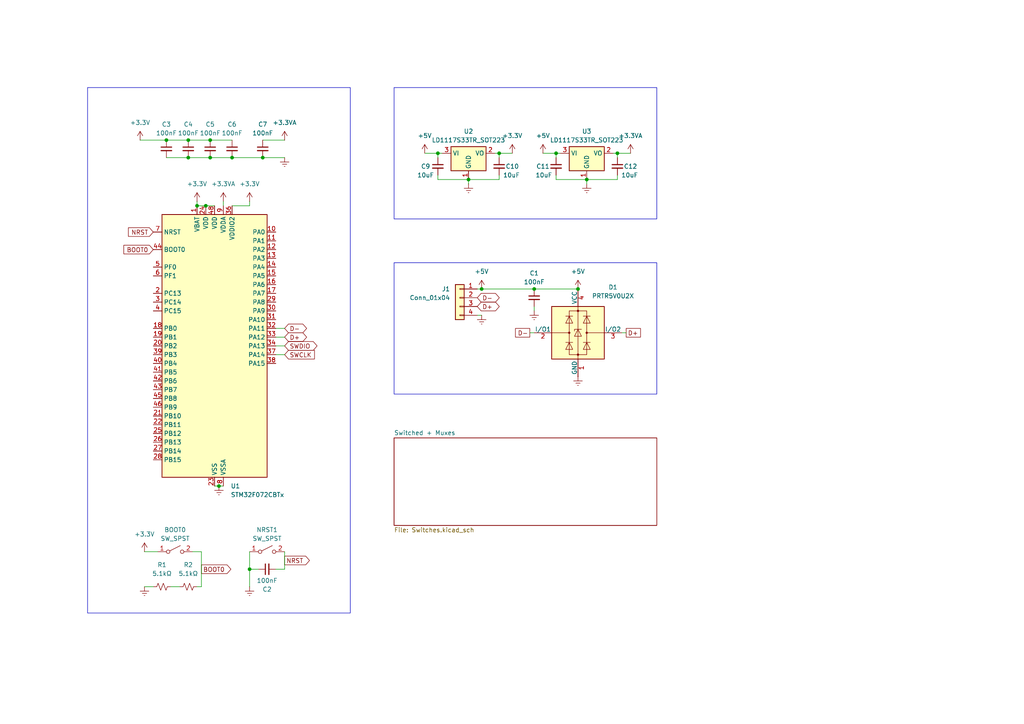
<source format=kicad_sch>
(kicad_sch (version 20250114) (generator "eeschema") (generator_version "9.0")
  (paper "A4")
  (lib_symbols
    (symbol "Connector_Generic:Conn_01x04" (pin_names (offset 1.016) (hide yes))
      (property "Reference" "J" (at 0 5.08 0))
      (property "Value" "Conn_01x04" (at 0 -7.62 0))
      (symbol "Conn_01x04_1_1"
        (rectangle (start -1.27 3.81) (end 1.27 -6.35) (stroke (width 0.254)) (fill (type background)))
        (rectangle (start -1.27 2.667) (end 0 2.413) (stroke (width 0.1524)))
        (rectangle (start -1.27 0.127) (end 0 -0.127) (stroke (width 0.1524)))
        (rectangle (start -1.27 -2.413) (end 0 -2.667) (stroke (width 0.1524)))
        (rectangle (start -1.27 -4.953) (end 0 -5.207) (stroke (width 0.1524)))
        (pin passive line (at -5.08 2.54 0) (length 3.81) (name "Pin_1") (number "1"))
        (pin passive line (at -5.08 0 0) (length 3.81) (name "Pin_2") (number "2"))
        (pin passive line (at -5.08 -2.54 0) (length 3.81) (name "Pin_3") (number "3"))
        (pin passive line (at -5.08 -5.08 0) (length 3.81) (name "Pin_4") (number "4"))
      )
    )
    (symbol "Device:C_Small" (pin_numbers (hide yes)) (pin_names (offset 0.254) (hide yes))
      (property "Reference" "C" (at 0.254 1.778 0))
      (property "Value" "C_Small" (at 0.254 -2.032 0))
      (symbol "C_Small_0_1"
        (polyline (pts (xy -1.524 0.508) (xy 1.524 0.508)) (stroke (width 0.3048)))
        (polyline (pts (xy -1.524 -0.508) (xy 1.524 -0.508)) (stroke (width 0.3302)))
      )
      (symbol "C_Small_1_1"
        (pin passive line (at 0 2.54 270) (length 2.032) (name "~") (number "1"))
        (pin passive line (at 0 -2.54 90) (length 2.032) (name "~") (number "2"))
      )
    )
    (symbol "Device:R_Small_US" (pin_numbers (hide yes)) (pin_names (offset 0.254) (hide yes))
      (property "Reference" "R" (at 0.762 0.508 0))
      (property "Value" "R_Small_US" (at 0.762 -1.016 0))
      (symbol "R_Small_US_1_1"
        (polyline (pts (xy 0 1.524) (xy 1.016 1.143) (xy 0 0.762) (xy -1.016 0.381) (xy 0 0)))
        (polyline (pts (xy 0 0) (xy 1.016 -0.381) (xy 0 -0.762) (xy -1.016 -1.143) (xy 0 -1.524)))
        (pin passive line (at 0 2.54 270) (length 1.016) (name "~") (number "1"))
        (pin passive line (at 0 -2.54 90) (length 1.016) (name "~") (number "2"))
      )
    )
    (symbol "MCU_ST_STM32F0:STM32F072CBTx"
      (property "Reference" "U" (at -15.24 39.37 0))
      (property "Value" "STM32F072CBTx" (at 7.62 39.37 0))
      (symbol "STM32F072CBTx_0_1"
        (rectangle (start -15.24 -38.1) (end 15.24 38.1) (stroke (width 0.254)) (fill (type background)))
      )
      (symbol "STM32F072CBTx_1_1"
        (pin input line (at -17.78 33.02 0) (length 2.54) (name "NRST") (number "7"))
        (pin input line (at -17.78 27.94 0) (length 2.54) (name "BOOT0") (number "44"))
        (pin bidirectional line (at -17.78 22.86 0) (length 2.54) (name "PF0") (number "5"))
        (pin bidirectional line (at -17.78 20.32 0) (length 2.54) (name "PF1") (number "6"))
        (pin bidirectional line (at -17.78 15.24 0) (length 2.54) (name "PC13") (number "2"))
        (pin bidirectional line (at -17.78 12.7 0) (length 2.54) (name "PC14") (number "3"))
        (pin bidirectional line (at -17.78 10.16 0) (length 2.54) (name "PC15") (number "4"))
        (pin bidirectional line (at -17.78 5.08 0) (length 2.54) (name "PB0") (number "18"))
        (pin bidirectional line (at -17.78 2.54 0) (length 2.54) (name "PB1") (number "19"))
        (pin bidirectional line (at -17.78 0 0) (length 2.54) (name "PB2") (number "20"))
        (pin bidirectional line (at -17.78 -2.54 0) (length 2.54) (name "PB3") (number "39"))
        (pin bidirectional line (at -17.78 -5.08 0) (length 2.54) (name "PB4") (number "40"))
        (pin bidirectional line (at -17.78 -7.62 0) (length 2.54) (name "PB5") (number "41"))
        (pin bidirectional line (at -17.78 -10.16 0) (length 2.54) (name "PB6") (number "42"))
        (pin bidirectional line (at -17.78 -12.7 0) (length 2.54) (name "PB7") (number "43"))
        (pin bidirectional line (at -17.78 -15.24 0) (length 2.54) (name "PB8") (number "45"))
        (pin bidirectional line (at -17.78 -17.78 0) (length 2.54) (name "PB9") (number "46"))
        (pin bidirectional line (at -17.78 -20.32 0) (length 2.54) (name "PB10") (number "21"))
        (pin bidirectional line (at -17.78 -22.86 0) (length 2.54) (name "PB11") (number "22"))
        (pin bidirectional line (at -17.78 -25.4 0) (length 2.54) (name "PB12") (number "25"))
        (pin bidirectional line (at -17.78 -27.94 0) (length 2.54) (name "PB13") (number "26"))
        (pin bidirectional line (at -17.78 -30.48 0) (length 2.54) (name "PB14") (number "27"))
        (pin bidirectional line (at -17.78 -33.02 0) (length 2.54) (name "PB15") (number "28"))
        (pin power_in line (at -5.08 40.64 270) (length 2.54) (name "VBAT") (number "1"))
        (pin power_in line (at -2.54 40.64 270) (length 2.54) (name "VDD") (number "24"))
        (pin power_in line (at 0 40.64 270) (length 2.54) (name "VDD") (number "48"))
        (pin power_in line (at 0 -40.64 90) (length 2.54) (name "VSS") (number "23"))
        (pin passive line (at 0 -40.64 90) (length 2.54) (hide yes) (name "VSS") (number "35"))
        (pin passive line (at 0 -40.64 90) (length 2.54) (hide yes) (name "VSS") (number "47"))
        (pin power_in line (at 2.54 40.64 270) (length 2.54) (name "VDDA") (number "9"))
        (pin power_in line (at 2.54 -40.64 90) (length 2.54) (name "VSSA") (number "8"))
        (pin power_in line (at 5.08 40.64 270) (length 2.54) (name "VDDIO2") (number "36"))
        (pin bidirectional line (at 17.78 33.02 180) (length 2.54) (name "PA0") (number "10"))
        (pin bidirectional line (at 17.78 30.48 180) (length 2.54) (name "PA1") (number "11"))
        (pin bidirectional line (at 17.78 27.94 180) (length 2.54) (name "PA2") (number "12"))
        (pin bidirectional line (at 17.78 25.4 180) (length 2.54) (name "PA3") (number "13"))
        (pin bidirectional line (at 17.78 22.86 180) (length 2.54) (name "PA4") (number "14"))
        (pin bidirectional line (at 17.78 20.32 180) (length 2.54) (name "PA5") (number "15"))
        (pin bidirectional line (at 17.78 17.78 180) (length 2.54) (name "PA6") (number "16"))
        (pin bidirectional line (at 17.78 15.24 180) (length 2.54) (name "PA7") (number "17"))
        (pin bidirectional line (at 17.78 12.7 180) (length 2.54) (name "PA8") (number "29"))
        (pin bidirectional line (at 17.78 10.16 180) (length 2.54) (name "PA9") (number "30"))
        (pin bidirectional line (at 17.78 7.62 180) (length 2.54) (name "PA10") (number "31"))
        (pin bidirectional line (at 17.78 5.08 180) (length 2.54) (name "PA11") (number "32"))
        (pin bidirectional line (at 17.78 2.54 180) (length 2.54) (name "PA12") (number "33"))
        (pin bidirectional line (at 17.78 0 180) (length 2.54) (name "PA13") (number "34"))
        (pin bidirectional line (at 17.78 -2.54 180) (length 2.54) (name "PA14") (number "37"))
        (pin bidirectional line (at 17.78 -5.08 180) (length 2.54) (name "PA15") (number "38"))
      )
    )
    (symbol "Power_Protection:PRTR5V0U2X" (pin_names (offset 0))
      (property "Reference" "D" (at 2.794 8.636 0))
      (property "Value" "PRTR5V0U2X" (at 8.128 -9.398 0))
      (symbol "PRTR5V0U2X_0_1"
        (rectangle (start -7.62 -7.62) (end 7.62 7.62) (stroke (width 0.254)) (fill (type background)))
        (polyline (pts (xy -3.556 2.794) (xy -1.524 2.794) (xy -2.54 4.826) (xy -3.556 2.794)))
        (polyline (pts (xy -3.556 -4.826) (xy -1.524 -4.826) (xy -2.54 -2.794) (xy -3.556 -4.826)))
        (rectangle (start -2.54 6.35) (end 2.54 -6.35))
        (circle (center -2.54 0) (radius 0.254) (fill (type outline)))
        (polyline (pts (xy -2.54 0) (xy -7.62 0)))
        (polyline (pts (xy -1.524 4.826) (xy -3.556 4.826)))
        (polyline (pts (xy -1.524 -2.794) (xy -3.556 -2.794)))
        (polyline (pts (xy -1.016 -1.016) (xy 1.016 -1.016) (xy 0 1.016) (xy -1.016 -1.016)))
        (circle (center 0 6.35) (radius 0.254) (fill (type outline)))
        (circle (center 0 -6.35) (radius 0.254) (fill (type outline)))
        (polyline (pts (xy 0 -7.62) (xy 0 7.62)))
        (polyline (pts (xy 1.016 1.016) (xy -1.016 1.016) (xy -1.016 0.508)))
        (polyline (pts (xy 1.524 4.826) (xy 3.556 4.826)))
        (polyline (pts (xy 1.524 -2.794) (xy 3.556 -2.794)))
        (polyline (pts (xy 2.54 0) (xy 7.62 0)))
        (circle (center 2.54 0) (radius 0.254) (fill (type outline)))
        (polyline (pts (xy 3.556 2.794) (xy 1.524 2.794) (xy 2.54 4.826) (xy 3.556 2.794)))
        (polyline (pts (xy 3.556 -4.826) (xy 1.524 -4.826) (xy 2.54 -2.794) (xy 3.556 -4.826)))
      )
      (symbol "PRTR5V0U2X_1_1"
        (pin passive line (at -12.7 0 0) (length 5.08) (name "I/O1") (number "2"))
        (pin passive line (at 0 12.7 270) (length 5.08) (name "VCC") (number "4"))
        (pin passive line (at 0 -12.7 90) (length 5.08) (name "GND") (number "1"))
        (pin passive line (at 12.7 0 180) (length 5.08) (name "I/O2") (number "3"))
      )
    )
    (symbol "Regulator_Linear:LD1117S33TR_SOT223"
      (property "Reference" "U" (at -3.81 3.175 0))
      (property "Value" "LD1117S33TR_SOT223" (at 0 3.175 0))
      (symbol "LD1117S33TR_SOT223_0_1"
        (rectangle (start -5.08 -5.08) (end 5.08 1.905) (stroke (width 0.254)) (fill (type background)))
      )
      (symbol "LD1117S33TR_SOT223_1_1"
        (pin power_in line (at -7.62 0 0) (length 2.54) (name "VI") (number "3"))
        (pin power_in line (at 0 -7.62 90) (length 2.54) (name "GND") (number "1"))
        (pin power_out line (at 7.62 0 180) (length 2.54) (name "VO") (number "2"))
      )
    )
    (symbol "Switch:SW_SPST" (pin_names (offset 0) (hide yes))
      (property "Reference" "SW" (at 0 3.175 0))
      (property "Value" "SW_SPST" (at 0 -2.54 0))
      (symbol "SW_SPST_0_0"
        (circle (center -2.032 0) (radius 0.508))
        (polyline (pts (xy -1.524 0.254) (xy 1.524 1.778)))
        (circle (center 2.032 0) (radius 0.508))
      )
      (symbol "SW_SPST_1_1"
        (pin passive line (at -5.08 0 0) (length 2.54) (name "A") (number "1"))
        (pin passive line (at 5.08 0 180) (length 2.54) (name "B") (number "2"))
      )
    )
    (symbol "power:+3.3V" (power) (pin_numbers (hide yes)) (pin_names (offset 0) (hide yes))
      (property "Value" "+3.3V" (at 0 3.556 0))
      (symbol "+3.3V_0_1"
        (polyline (pts (xy -0.762 1.27) (xy 0 2.54)))
        (polyline (pts (xy 0 2.54) (xy 0.762 1.27)))
        (polyline (pts (xy 0 0) (xy 0 2.54)))
      )
      (symbol "+3.3V_1_1"
        (pin power_in line (at 0 0 90) (length 0) (name "~") (number "1"))
      )
    )
    (symbol "power:+3.3VA" (power) (pin_numbers (hide yes)) (pin_names (offset 0) (hide yes))
      (property "Value" "+3.3VA" (at 0 3.556 0))
      (symbol "+3.3VA_0_1"
        (polyline (pts (xy -0.762 1.27) (xy 0 2.54)))
        (polyline (pts (xy 0 2.54) (xy 0.762 1.27)))
        (polyline (pts (xy 0 0) (xy 0 2.54)))
      )
      (symbol "+3.3VA_1_1"
        (pin power_in line (at 0 0 90) (length 0) (name "~") (number "1"))
      )
    )
    (symbol "power:+5V" (power) (pin_numbers (hide yes)) (pin_names (offset 0) (hide yes))
      (property "Value" "+5V" (at 0 3.556 0))
      (symbol "+5V_0_1"
        (polyline (pts (xy -0.762 1.27) (xy 0 2.54)))
        (polyline (pts (xy 0 2.54) (xy 0.762 1.27)))
        (polyline (pts (xy 0 0) (xy 0 2.54)))
      )
      (symbol "+5V_1_1"
        (pin power_in line (at 0 0 90) (length 0) (name "~") (number "1"))
      )
    )
    (symbol "power:Earth" (power) (pin_numbers (hide yes)) (pin_names (offset 0) (hide yes))
      (property "Value" "Earth" (at 0 -3.81 0))
      (symbol "Earth_0_1"
        (polyline (pts (xy -0.635 -1.905) (xy 0.635 -1.905)))
        (polyline (pts (xy -0.127 -2.54) (xy 0.127 -2.54)))
        (polyline (pts (xy 0 -1.27) (xy 0 0)))
        (polyline (pts (xy 1.27 -1.27) (xy -1.27 -1.27)))
      )
      (symbol "Earth_1_1"
        (pin power_in line (at 0 0 270) (length 0) (name "~") (number "1"))
      )
    )
  )
  (rectangle (start 25.4 25.4) (end 101.6 177.8))
  (rectangle (start 114.3 25.4) (end 190.5 63.5))
  (rectangle (start 114.3 76.2) (end 190.5 114.3))
  (junction (at 127 44.45))
  (junction (at 63.5 140.97))
  (junction (at 60.96 40.64))
  (junction (at 139.7 83.82))
  (junction (at 179.07 44.45))
  (junction (at 67.31 45.72))
  (junction (at 170.18 52.07))
  (junction (at 76.2 45.72))
  (junction (at 48.26 40.64))
  (junction (at 144.78 44.45))
  (junction (at 154.94 83.82))
  (junction (at 167.64 83.82))
  (junction (at 72.39 165.1))
  (junction (at 54.61 45.72))
  (junction (at 54.61 40.64))
  (junction (at 60.96 45.72))
  (junction (at 57.15 59.69))
  (junction (at 135.89 52.07))
  (junction (at 161.29 44.45))
  (junction (at 59.69 59.69))
  (wire (pts (xy 181.61 96.52) (xy 180.34 96.52)))
  (wire (pts (xy 139.7 83.82) (xy 154.94 83.82)))
  (wire (pts (xy 55.88 160.02) (xy 58.42 160.02)))
  (wire (pts (xy 54.61 45.72) (xy 60.96 45.72)))
  (wire (pts (xy 41.91 170.18) (xy 44.45 170.18)))
  (wire (pts (xy 161.29 44.45) (xy 162.56 44.45)))
  (wire (pts (xy 58.42 160.02) (xy 58.42 170.18)))
  (wire (pts (xy 161.29 50.8) (xy 161.29 52.07)))
  (wire (pts (xy 127 50.8) (xy 127 52.07)))
  (wire (pts (xy 154.94 83.82) (xy 167.64 83.82)))
  (wire (pts (xy 72.39 58.42) (xy 72.39 59.69)))
  (wire (pts (xy 40.64 40.64) (xy 48.26 40.64)))
  (wire (pts (xy 157.48 44.45) (xy 161.29 44.45)))
  (wire (pts (xy 179.07 44.45) (xy 177.8 44.45)))
  (wire (pts (xy 80.01 165.1) (xy 82.55 165.1)))
  (wire (pts (xy 139.7 91.44) (xy 138.43 91.44)))
  (wire (pts (xy 182.88 44.45) (xy 179.07 44.45)))
  (wire (pts (xy 67.31 45.72) (xy 76.2 45.72)))
  (wire (pts (xy 62.23 140.97) (xy 63.5 140.97)))
  (wire (pts (xy 127 44.45) (xy 128.27 44.45)))
  (wire (pts (xy 59.69 59.69) (xy 62.23 59.69)))
  (wire (pts (xy 179.07 52.07) (xy 170.18 52.07)))
  (wire (pts (xy 179.07 45.72) (xy 179.07 44.45)))
  (wire (pts (xy 52.07 170.18) (xy 49.53 170.18)))
  (wire (pts (xy 63.5 140.97) (xy 64.77 140.97)))
  (wire (pts (xy 144.78 50.8) (xy 144.78 52.07)))
  (wire (pts (xy 58.42 170.18) (xy 57.15 170.18)))
  (wire (pts (xy 72.39 165.1) (xy 74.93 165.1)))
  (wire (pts (xy 139.7 83.82) (xy 138.43 83.82)))
  (wire (pts (xy 60.96 45.72) (xy 67.31 45.72)))
  (wire (pts (xy 76.2 40.64) (xy 82.55 40.64)))
  (wire (pts (xy 161.29 52.07) (xy 170.18 52.07)))
  (wire (pts (xy 72.39 170.18) (xy 72.39 165.1)))
  (wire (pts (xy 72.39 59.69) (xy 67.31 59.69)))
  (wire (pts (xy 48.26 40.64) (xy 54.61 40.64)))
  (wire (pts (xy 179.07 50.8) (xy 179.07 52.07)))
  (wire (pts (xy 82.55 97.79) (xy 80.01 97.79)))
  (wire (pts (xy 123.19 44.45) (xy 127 44.45)))
  (wire (pts (xy 82.55 102.87) (xy 80.01 102.87)))
  (wire (pts (xy 57.15 59.69) (xy 59.69 59.69)))
  (wire (pts (xy 144.78 45.72) (xy 144.78 44.45)))
  (wire (pts (xy 48.26 45.72) (xy 54.61 45.72)))
  (wire (pts (xy 64.77 58.42) (xy 64.77 59.69)))
  (wire (pts (xy 54.61 40.64) (xy 60.96 40.64)))
  (wire (pts (xy 60.96 40.64) (xy 67.31 40.64)))
  (wire (pts (xy 82.55 100.33) (xy 80.01 100.33)))
  (wire (pts (xy 72.39 165.1) (xy 72.39 160.02)))
  (wire (pts (xy 148.59 44.45) (xy 144.78 44.45)))
  (wire (pts (xy 41.91 160.02) (xy 45.72 160.02)))
  (wire (pts (xy 154.94 88.9) (xy 154.94 90.17)))
  (wire (pts (xy 153.67 96.52) (xy 154.94 96.52)))
  (wire (pts (xy 127 52.07) (xy 135.89 52.07)))
  (wire (pts (xy 144.78 52.07) (xy 135.89 52.07)))
  (wire (pts (xy 161.29 44.45) (xy 161.29 45.72)))
  (wire (pts (xy 135.89 53.34) (xy 135.89 52.07)))
  (wire (pts (xy 170.18 53.34) (xy 170.18 52.07)))
  (wire (pts (xy 144.78 44.45) (xy 143.51 44.45)))
  (wire (pts (xy 57.15 58.42) (xy 57.15 59.69)))
  (wire (pts (xy 76.2 45.72) (xy 82.55 45.72)))
  (wire (pts (xy 82.55 95.25) (xy 80.01 95.25)))
  (wire (pts (xy 127 44.45) (xy 127 45.72)))
  (wire (pts (xy 82.55 165.1) (xy 82.55 160.02)))
  (global_label "D+" (shape passive) (at 181.61 96.52 0) (property "Intersheetrefs" "${INTERSHEET_REFS}" (effects (hide yes))))
  (global_label "D+" (shape bidirectional) (at 138.43 88.9 0) (property "Intersheetrefs" "${INTERSHEET_REFS}" (effects (hide yes))))
  (global_label "D-" (shape bidirectional) (at 82.55 95.25 0) (property "Intersheetrefs" "${INTERSHEET_REFS}" (effects (hide yes))))
  (global_label "D+" (shape bidirectional) (at 82.55 97.79 0) (property "Intersheetrefs" "${INTERSHEET_REFS}" (effects (hide yes))))
  (global_label "D-" (shape passive) (at 153.67 96.52 180) (property "Intersheetrefs" "${INTERSHEET_REFS}" (effects (hide yes))))
  (global_label "BOOT0" (shape output) (at 58.42 165.1 0) (property "Intersheetrefs" "${INTERSHEET_REFS}" (effects (hide yes))))
  (global_label "NRST" (shape input) (at 44.45 67.31 180) (property "Intersheetrefs" "${INTERSHEET_REFS}" (effects (hide yes))))
  (global_label "SWDIO" (shape bidirectional) (at 82.55 100.33 0) (property "Intersheetrefs" "${INTERSHEET_REFS}" (effects (hide yes))))
  (global_label "SWCLK" (shape input) (at 82.55 102.87 0) (property "Intersheetrefs" "${INTERSHEET_REFS}" (effects (hide yes))))
  (global_label "D-" (shape bidirectional) (at 138.43 86.36 0) (property "Intersheetrefs" "${INTERSHEET_REFS}" (effects (hide yes))))
  (global_label "BOOT0" (shape input) (at 44.45 72.39 180) (property "Intersheetrefs" "${INTERSHEET_REFS}" (effects (hide yes))))
  (global_label "NRST" (shape output) (at 82.55 162.56 0) (property "Intersheetrefs" "${INTERSHEET_REFS}" (effects (hide yes))))
  (symbol (lib_id "Device:C_Small") (at 154.94 86.36 0) (mirror y) (unit 1)
    (property "Reference" "C1" (at 154.94 79.248 0))
    (property "Value" "100nF" (at 154.94 81.788 0))
    (property "Footprint" "Capacitor_SMD:C_0805_2012Metric" (effects (hide yes)))
    (property "Description" "Unpolarized capacitor, small symbol" (effects (hide yes)))
  )
  (symbol (lib_id "power:Earth") (at 154.94 90.17 0) (unit 1)
    (property "Reference" "#PWR06" (effects (hide yes)))
    (property "Value" "Earth" (effects (hide yes)))
    (property "Description" "Power symbol creates a global label with name \"Earth\"" (effects (hide yes)))
  )
  (symbol (lib_id "power:Earth") (at 82.55 45.72 0) (unit 1)
    (property "Reference" "#PWR09" (effects (hide yes)))
    (property "Value" "Earth" (effects (hide yes)))
    (property "Description" "Power symbol creates a global label with name \"Earth\"" (effects (hide yes)))
  )
  (symbol (lib_id "Device:C_Small") (at 144.78 48.26 0) (unit 1)
    (property "Reference" "C10" (at 148.59 48.26 0))
    (property "Value" "10uF" (at 148.336 50.8 0))
    (property "Footprint" "Capacitor_SMD:C_1206_3216Metric" (effects (hide yes)))
    (property "Description" "Unpolarized capacitor, small symbol" (effects (hide yes)))
  )
  (symbol (lib_id "power:Earth") (at 167.64 109.22 0) (unit 1)
    (property "Reference" "#PWR010" (effects (hide yes)))
    (property "Value" "Earth" (effects (hide yes)))
    (property "Description" "Power symbol creates a global label with name \"Earth\"" (effects (hide yes)))
  )
  (symbol (lib_id "power:+5V") (at 167.64 83.82 0) (unit 1)
    (property "Reference" "#PWR05" (effects (hide yes)))
    (property "Value" "+5V" (at 167.64 78.74 0))
    (property "Description" "Power symbol creates a global label with name \"+5V\"" (effects (hide yes)))
  )
  (symbol (lib_id "power:+3.3V") (at 41.91 160.02 0) (unit 1)
    (property "Reference" "#PWR020" (effects (hide yes)))
    (property "Value" "+3.3V" (at 41.91 154.94 0))
    (property "Description" "Power symbol creates a global label with name \"+3.3V\"" (effects (hide yes)))
  )
  (symbol (lib_id "Regulator_Linear:LD1117S33TR_SOT223") (at 135.89 44.45 0) (unit 1)
    (property "Reference" "U2" (at 135.89 38.1 0))
    (property "Value" "LD1117S33TR_SOT223" (at 135.89 40.64 0))
    (property "Footprint" "Package_TO_SOT_SMD:SOT-223-3_TabPin2" (effects (hide yes)))
    (property "Datasheet" "http://www.st.com/st-web-ui/static/active/en/resource/technical/document/datasheet/CD00000544.pdf" (effects (hide yes)))
    (property "Description" "800mA Fixed Low Drop Positive Voltage Regulator, Fixed Output 3.3V, SOT-223" (effects (hide yes)))
    (property "LCSC" "C71121" (effects (hide yes)))
  )
  (symbol (lib_id "power:+3.3VA") (at 182.88 44.45 0) (unit 1)
    (property "Reference" "#PWR015" (effects (hide yes)))
    (property "Value" "+3.3VA" (at 182.88 39.37 0))
    (property "Description" "Power symbol creates a global label with name \"+3.3VA\"" (effects (hide yes)))
  )
  (symbol (lib_id "Switch:SW_SPST") (at 50.8 160.02 0) (unit 1)
    (property "Reference" "BOOT0" (at 50.8 153.67 0))
    (property "Value" "SW_SPST" (at 50.8 156.21 0))
    (property "Footprint" "PCM_marbastlib-various:SW_SPST_SKQG_WithStem" (effects (hide yes)))
    (property "Description" "Single Pole Single Throw (SPST) switch" (effects (hide yes)))
  )
  (symbol (lib_id "power:+3.3V") (at 72.39 58.42 0) (unit 1)
    (property "Reference" "#PWR03" (effects (hide yes)))
    (property "Value" "+3.3V" (at 72.39 53.34 0))
    (property "Description" "Power symbol creates a global label with name \"+3.3V\"" (effects (hide yes)))
  )
  (symbol (lib_id "power:Earth") (at 41.91 170.18 0) (unit 1)
    (property "Reference" "#PWR019" (effects (hide yes)))
    (property "Value" "Earth" (effects (hide yes)))
    (property "Description" "Power symbol creates a global label with name \"Earth\"" (effects (hide yes)))
  )
  (symbol (lib_id "Device:C_Small") (at 77.47 165.1 90) (mirror x) (unit 1)
    (property "Reference" "C2" (at 77.47 170.942 90))
    (property "Value" "100nF" (at 77.47 168.402 90))
    (property "Footprint" "Capacitor_SMD:C_0805_2012Metric" (effects (hide yes)))
    (property "Description" "Unpolarized capacitor, small symbol" (effects (hide yes)))
  )
  (symbol (lib_id "Device:R_Small_US") (at 54.61 170.18 90) (unit 1)
    (property "Reference" "R2" (at 54.61 163.83 90))
    (property "Value" "5.1kΩ" (at 54.61 166.37 90))
    (property "Footprint" "Resistor_SMD:R_0805_2012Metric" (effects (hide yes)))
    (property "Description" "Resistor, small US symbol" (effects (hide yes)))
  )
  (symbol (lib_id "power:Earth") (at 135.89 53.34 0) (unit 1)
    (property "Reference" "#PWR017" (effects (hide yes)))
    (property "Value" "Earth" (effects (hide yes)))
    (property "Description" "Power symbol creates a global label with name \"Earth\"" (effects (hide yes)))
  )
  (symbol (lib_id "power:Earth") (at 63.5 140.97 0) (unit 1)
    (property "Reference" "#PWR04" (effects (hide yes)))
    (property "Value" "Earth" (effects (hide yes)))
    (property "Description" "Power symbol creates a global label with name \"Earth\"" (effects (hide yes)))
  )
  (symbol (lib_id "power:+3.3VA") (at 64.77 58.42 0) (unit 1)
    (property "Reference" "#PWR01" (effects (hide yes)))
    (property "Value" "+3.3VA" (at 64.77 53.34 0))
    (property "Description" "Power symbol creates a global label with name \"+3.3VA\"" (effects (hide yes)))
  )
  (symbol (lib_id "power:Earth") (at 72.39 170.18 0) (unit 1)
    (property "Reference" "#PWR021" (effects (hide yes)))
    (property "Value" "Earth" (effects (hide yes)))
    (property "Description" "Power symbol creates a global label with name \"Earth\"" (effects (hide yes)))
  )
  (symbol (lib_id "Connector_Generic:Conn_01x04") (at 133.35 86.36 0) (mirror y) (unit 1)
    (property "Reference" "J1" (at 130.556 83.82 0) (effects (justify left)))
    (property "Value" "Conn_01x04" (at 130.556 86.36 0) (effects (justify left)))
    (property "Footprint" "Connector_JST:JST_SH_SM04B-SRSS-TB_1x04-1MP_P1.00mm_Horizontal" (effects (hide yes)))
    (property "Description" "Generic connector, single row, 01x04, script generated (kicad-library-utils/schlib/autogen/connector/)" (effects (hide yes)))
  )
  (symbol (lib_id "power:+5V") (at 157.48 44.45 0) (unit 1)
    (property "Reference" "#PWR014" (effects (hide yes)))
    (property "Value" "+5V" (at 157.48 39.37 0))
    (property "Description" "Power symbol creates a global label with name \"+5V\"" (effects (hide yes)))
  )
  (symbol (lib_id "power:+3.3V") (at 57.15 58.42 0) (unit 1)
    (property "Reference" "#PWR02" (effects (hide yes)))
    (property "Value" "+3.3V" (at 57.15 53.34 0))
    (property "Description" "Power symbol creates a global label with name \"+3.3V\"" (effects (hide yes)))
  )
  (symbol (lib_id "Device:C_Small") (at 76.2 43.18 0) (mirror y) (unit 1)
    (property "Reference" "C7" (at 76.2 36.068 0))
    (property "Value" "100nF" (at 76.2 38.608 0))
    (property "Footprint" "Capacitor_SMD:C_0805_2012Metric" (effects (hide yes)))
    (property "Description" "Unpolarized capacitor, small symbol" (effects (hide yes)))
  )
  (symbol (lib_id "power:+5V") (at 139.7 83.82 0) (mirror y) (unit 1)
    (property "Reference" "#PWR011" (effects (hide yes)))
    (property "Value" "+5V" (at 139.7 78.74 0))
    (property "Description" "Power symbol creates a global label with name \"+5V\"" (effects (hide yes)))
  )
  (symbol (lib_id "power:+3.3V") (at 148.59 44.45 0) (unit 1)
    (property "Reference" "#PWR013" (effects (hide yes)))
    (property "Value" "+3.3V" (at 148.59 39.37 0))
    (property "Description" "Power symbol creates a global label with name \"+3.3V\"" (effects (hide yes)))
  )
  (symbol (lib_id "Switch:SW_SPST") (at 77.47 160.02 0) (unit 1)
    (property "Reference" "NRST1" (at 77.47 153.67 0))
    (property "Value" "SW_SPST" (at 77.47 156.21 0))
    (property "Footprint" "PCM_marbastlib-various:SW_SPST_SKQG_WithStem" (effects (hide yes)))
    (property "Description" "Single Pole Single Throw (SPST) switch" (effects (hide yes)))
  )
  (symbol (lib_id "power:Earth") (at 139.7 91.44 0) (mirror y) (unit 1)
    (property "Reference" "#PWR016" (effects (hide yes)))
    (property "Value" "Earth" (effects (hide yes)))
    (property "Description" "Power symbol creates a global label with name \"Earth\"" (effects (hide yes)))
  )
  (symbol (lib_id "Device:C_Small") (at 127 48.26 0) (mirror y) (unit 1)
    (property "Reference" "C9" (at 123.444 48.26 0))
    (property "Value" "10uF" (at 123.444 50.8 0))
    (property "Footprint" "Capacitor_SMD:C_1206_3216Metric" (effects (hide yes)))
    (property "Description" "Unpolarized capacitor, small symbol" (effects (hide yes)))
  )
  (symbol (lib_id "Device:C_Small") (at 54.61 43.18 0) (mirror y) (unit 1)
    (property "Reference" "C4" (at 54.61 36.068 0))
    (property "Value" "100nF" (at 54.61 38.608 0))
    (property "Footprint" "Capacitor_SMD:C_0805_2012Metric" (effects (hide yes)))
    (property "Description" "Unpolarized capacitor, small symbol" (effects (hide yes)))
  )
  (symbol (lib_id "Power_Protection:PRTR5V0U2X") (at 167.64 96.52 0) (unit 1)
    (property "Reference" "D1" (at 177.8 83.312 0))
    (property "Value" "PRTR5V0U2X" (at 177.8 85.852 0))
    (property "Footprint" "Package_TO_SOT_SMD:SOT-143" (effects (hide yes)))
    (property "Datasheet" "https://assets.nexperia.com/documents/data-sheet/PRTR5V0U2X.pdf" (effects (hide yes)))
    (property "Description" "Ultra low capacitance double rail-to-rail ESD protection diode, SOT-143" (effects (hide yes)))
  )
  (symbol (lib_id "power:+3.3V") (at 40.64 40.64 0) (unit 1)
    (property "Reference" "#PWR07" (effects (hide yes)))
    (property "Value" "+3.3V" (at 40.64 35.56 0))
    (property "Description" "Power symbol creates a global label with name \"+3.3V\"" (effects (hide yes)))
  )
  (symbol (lib_id "Device:C_Small") (at 67.31 43.18 0) (mirror y) (unit 1)
    (property "Reference" "C6" (at 67.31 36.068 0))
    (property "Value" "100nF" (at 67.31 38.608 0))
    (property "Footprint" "Capacitor_SMD:C_0805_2012Metric" (effects (hide yes)))
    (property "Description" "Unpolarized capacitor, small symbol" (effects (hide yes)))
  )
  (symbol (lib_id "power:Earth") (at 170.18 53.34 0) (unit 1)
    (property "Reference" "#PWR018" (effects (hide yes)))
    (property "Value" "Earth" (effects (hide yes)))
    (property "Description" "Power symbol creates a global label with name \"Earth\"" (effects (hide yes)))
  )
  (symbol (lib_id "power:+5V") (at 123.19 44.45 0) (unit 1)
    (property "Reference" "#PWR012" (effects (hide yes)))
    (property "Value" "+5V" (at 123.19 39.37 0))
    (property "Description" "Power symbol creates a global label with name \"+5V\"" (effects (hide yes)))
  )
  (symbol (lib_id "Device:C_Small") (at 179.07 48.26 0) (unit 1)
    (property "Reference" "C12" (at 182.88 48.26 0))
    (property "Value" "10uF" (at 182.626 50.8 0))
    (property "Footprint" "Capacitor_SMD:C_1206_3216Metric" (effects (hide yes)))
    (property "Description" "Unpolarized capacitor, small symbol" (effects (hide yes)))
  )
  (symbol (lib_id "Device:C_Small") (at 161.29 48.26 0) (mirror y) (unit 1)
    (property "Reference" "C11" (at 157.48 48.26 0))
    (property "Value" "10uF" (at 157.734 50.8 0))
    (property "Footprint" "Capacitor_SMD:C_1206_3216Metric" (effects (hide yes)))
    (property "Description" "Unpolarized capacitor, small symbol" (effects (hide yes)))
  )
  (symbol (lib_id "Device:C_Small") (at 60.96 43.18 0) (mirror y) (unit 1)
    (property "Reference" "C5" (at 60.96 36.068 0))
    (property "Value" "100nF" (at 60.96 38.608 0))
    (property "Footprint" "Capacitor_SMD:C_0805_2012Metric" (effects (hide yes)))
    (property "Description" "Unpolarized capacitor, small symbol" (effects (hide yes)))
  )
  (symbol (lib_id "Device:C_Small") (at 48.26 43.18 0) (mirror y) (unit 1)
    (property "Reference" "C3" (at 48.26 36.068 0))
    (property "Value" "100nF" (at 48.26 38.608 0))
    (property "Footprint" "Capacitor_SMD:C_0805_2012Metric" (effects (hide yes)))
    (property "Description" "Unpolarized capacitor, small symbol" (effects (hide yes)))
  )
  (symbol (lib_id "MCU_ST_STM32F0:STM32F072CBTx") (at 62.23 100.33 0) (unit 1)
    (property "Reference" "U1" (at 66.9133 140.97 0) (effects (justify left)))
    (property "Value" "STM32F072CBTx" (at 66.9133 143.51 0) (effects (justify left)))
    (property "Footprint" "Package_QFP:LQFP-48_7x7mm_P0.5mm" (effects (hide yes)))
    (property "Datasheet" "https://www.st.com/resource/en/datasheet/stm32f072cb.pdf" (effects (hide yes)))
    (property "Description" "STMicroelectronics Arm Cortex-M0 MCU, 128KB flash, 16KB RAM, 48 MHz, 2.0-3.6V, 37 GPIO, LQFP48" (effects (hide yes)))
  )
  (symbol (lib_id "power:+3.3VA") (at 82.55 40.64 0) (unit 1)
    (property "Reference" "#PWR08" (effects (hide yes)))
    (property "Value" "+3.3VA" (at 82.55 35.56 0))
    (property "Description" "Power symbol creates a global label with name \"+3.3VA\"" (effects (hide yes)))
  )
  (symbol (lib_id "Device:R_Small_US") (at 46.99 170.18 90) (unit 1)
    (property "Reference" "R1" (at 46.99 163.83 90))
    (property "Value" "5.1kΩ" (at 46.99 166.37 90))
    (property "Footprint" "Resistor_SMD:R_0805_2012Metric" (effects (hide yes)))
    (property "Description" "Resistor, small US symbol" (effects (hide yes)))
  )
  (symbol (lib_id "Regulator_Linear:LD1117S33TR_SOT223") (at 170.18 44.45 0) (unit 1)
    (property "Reference" "U3" (at 170.18 38.1 0))
    (property "Value" "LD1117S33TR_SOT223" (at 170.18 40.64 0))
    (property "Footprint" "Package_TO_SOT_SMD:SOT-223-3_TabPin2" (effects (hide yes)))
    (property "Datasheet" "http://www.st.com/st-web-ui/static/active/en/resource/technical/document/datasheet/CD00000544.pdf" (effects (hide yes)))
    (property "Description" "800mA Fixed Low Drop Positive Voltage Regulator, Fixed Output 3.3V, SOT-223" (effects (hide yes)))
    (property "LCSC" "C71121" (effects (hide yes)))
  )
  (sheet (at 114.3 127) (size 76.2 25.4) (stroke (width 0.1524))
    (property "Sheetname" "Switched + Muxes" (at 114.3 126.2884 0) (effects (justify left bottom)))
    (property "Sheetfile" "Switches.kicad_sch" (at 114.3 152.9846 0) (effects (justify left top)))
  )
)
</source>
